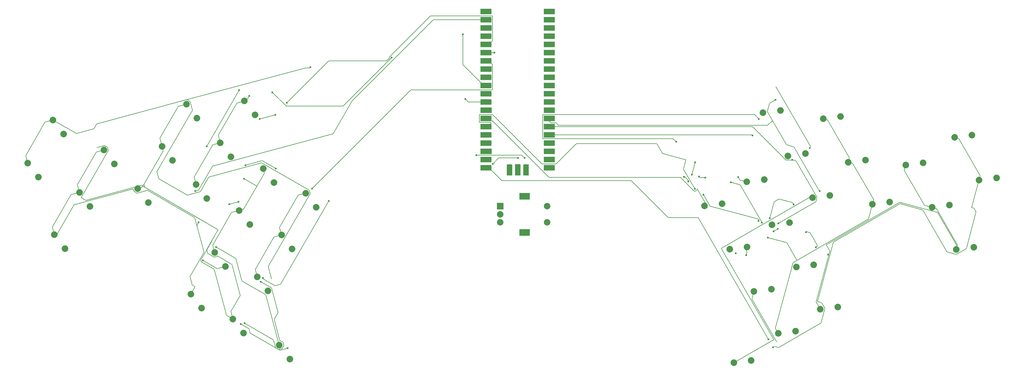
<source format=gbr>
%TF.GenerationSoftware,KiCad,Pcbnew,8.0.8*%
%TF.CreationDate,2025-03-16T10:34:52+05:30*%
%TF.ProjectId,keyboard,6b657962-6f61-4726-942e-6b696361645f,rev?*%
%TF.SameCoordinates,Original*%
%TF.FileFunction,Copper,L1,Top*%
%TF.FilePolarity,Positive*%
%FSLAX46Y46*%
G04 Gerber Fmt 4.6, Leading zero omitted, Abs format (unit mm)*
G04 Created by KiCad (PCBNEW 8.0.8) date 2025-03-16 10:34:52*
%MOMM*%
%LPD*%
G01*
G04 APERTURE LIST*
%TA.AperFunction,ComponentPad*%
%ADD10C,2.032000*%
%TD*%
%TA.AperFunction,ComponentPad*%
%ADD11R,2.000000X2.000000*%
%TD*%
%TA.AperFunction,ComponentPad*%
%ADD12C,2.000000*%
%TD*%
%TA.AperFunction,ComponentPad*%
%ADD13R,3.200000X2.000000*%
%TD*%
%TA.AperFunction,ComponentPad*%
%ADD14O,1.700000X1.700000*%
%TD*%
%TA.AperFunction,SMDPad,CuDef*%
%ADD15R,3.500000X1.700000*%
%TD*%
%TA.AperFunction,ComponentPad*%
%ADD16R,1.700000X1.700000*%
%TD*%
%TA.AperFunction,SMDPad,CuDef*%
%ADD17R,1.700000X3.500000*%
%TD*%
%TA.AperFunction,ViaPad*%
%ADD18C,0.600000*%
%TD*%
%TA.AperFunction,Conductor*%
%ADD19C,0.200000*%
%TD*%
G04 APERTURE END LIST*
D10*
%TO.P,SW22,1,1*%
%TO.N,Net-(D22-A)*%
X268012036Y-65334083D03*
%TO.P,SW22,2,2*%
%TO.N,COL9*%
X262631909Y-66015430D03*
%TD*%
D11*
%TO.P,SW42,A,A*%
%TO.N,A*%
X181500000Y-94900000D03*
D12*
%TO.P,SW42,B,B*%
%TO.N,B*%
X181500000Y-99900000D03*
%TO.P,SW42,C,C*%
%TO.N,C*%
X181500000Y-97400000D03*
D13*
%TO.P,SW42,MP*%
%TO.N,N/C*%
X189000000Y-91800000D03*
X189000000Y-103000000D03*
D12*
%TO.P,SW42,S1*%
X196000000Y-99900000D03*
%TO.P,SW42,S2*%
X196000000Y-94900000D03*
%TD*%
D10*
%TO.P,SW14,1,1*%
%TO.N,Net-(D14-A)*%
X96668437Y-113513854D03*
%TO.P,SW14,2,2*%
%TO.N,COL5*%
X93388310Y-109195201D03*
%TD*%
%TO.P,SW18,1,1*%
%TO.N,Net-(D18-A)*%
X265223534Y-120504252D03*
%TO.P,SW18,2,2*%
%TO.N,COL7*%
X259843407Y-121185599D03*
%TD*%
%TO.P,SW32,1,1*%
%TO.N,Net-(D57-A)*%
X89268439Y-126331029D03*
%TO.P,SW32,2,2*%
%TO.N,COL2*%
X85988312Y-122012376D03*
%TD*%
%TO.P,SW15,1,1*%
%TO.N,Net-(D15-A)*%
X109766436Y-121075989D03*
%TO.P,SW15,2,2*%
%TO.N,COL6*%
X106486309Y-116757336D03*
%TD*%
%TO.P,SW29,1,1*%
%TO.N,Net-(D54-A)*%
X320185737Y-94545311D03*
%TO.P,SW29,2,2*%
%TO.N,COL11*%
X314805610Y-95226658D03*
%TD*%
%TO.P,SW27,1,1*%
%TO.N,Net-(D52-A)*%
X301762345Y-93635059D03*
%TO.P,SW27,2,2*%
%TO.N,COL10*%
X296382218Y-94316406D03*
%TD*%
%TO.P,SW11,1,1*%
%TO.N,Net-(D11-A)*%
X47099738Y-107989363D03*
%TO.P,SW11,2,2*%
%TO.N,COL2*%
X43819611Y-103670710D03*
%TD*%
%TO.P,SW20,1,1*%
%TO.N,Net-(D20-A)*%
X270781581Y-99974804D03*
%TO.P,SW20,2,2*%
%TO.N,COL8*%
X265401454Y-100656151D03*
%TD*%
%TO.P,SW30,1,1*%
%TO.N,Net-(D55-A)*%
X327685738Y-107535696D03*
%TO.P,SW30,2,2*%
%TO.N,COL11*%
X322305611Y-108217043D03*
%TD*%
%TO.P,SW12,1,1*%
%TO.N,Net-(D12-A)*%
X72854667Y-93760525D03*
%TO.P,SW12,2,2*%
%TO.N,COL3*%
X69574540Y-89441872D03*
%TD*%
%TO.P,SW25,1,1*%
%TO.N,Net-(D25-A)*%
X286581526Y-67222315D03*
%TO.P,SW25,2,2*%
%TO.N,COL10*%
X281201399Y-67903662D03*
%TD*%
%TO.P,SW21,1,1*%
%TO.N,Net-(D21-A)*%
X278281581Y-112965184D03*
%TO.P,SW21,2,2*%
%TO.N,COL8*%
X272901454Y-113646531D03*
%TD*%
%TO.P,SW7,1,1*%
%TO.N,Net-(D7-A)*%
X80354668Y-80770143D03*
%TO.P,SW7,2,2*%
%TO.N,COL3*%
X77074541Y-76451490D03*
%TD*%
%TO.P,SW24,1,1*%
%TO.N,Net-(D24-A)*%
X283271962Y-91608778D03*
%TO.P,SW24,2,2*%
%TO.N,COL9*%
X277891835Y-92290125D03*
%TD*%
%TO.P,SW13,1,1*%
%TO.N,Net-(D13-A)*%
X90895048Y-92513669D03*
%TO.P,SW13,2,2*%
%TO.N,COL4*%
X87614921Y-88195016D03*
%TD*%
%TO.P,SW9,1,1*%
%TO.N,Net-(D9-A)*%
X104168439Y-100523477D03*
%TO.P,SW9,2,2*%
%TO.N,COL5*%
X100888312Y-96204824D03*
%TD*%
D14*
%TO.P,U1,1,GPIO0*%
%TO.N,COL1*%
X178000000Y-34760000D03*
D15*
X177100000Y-34760000D03*
D14*
%TO.P,U1,2,GPIO1*%
%TO.N,COL2*%
X178000000Y-37300000D03*
D15*
X177100000Y-37300000D03*
D16*
%TO.P,U1,3,GND*%
%TO.N,C*%
X178000000Y-39840000D03*
D15*
X177100000Y-39840000D03*
D14*
%TO.P,U1,4,GPIO2*%
%TO.N,COL3*%
X178000000Y-42380000D03*
D15*
X177100000Y-42380000D03*
D14*
%TO.P,U1,5,GPIO3*%
%TO.N,COL4*%
X178000000Y-44920000D03*
D15*
X177100000Y-44920000D03*
D14*
%TO.P,U1,6,GPIO4*%
%TO.N,COL5*%
X178000000Y-47460000D03*
D15*
X177100000Y-47460000D03*
D14*
%TO.P,U1,7,GPIO5*%
%TO.N,COL6*%
X178000000Y-50000000D03*
D15*
X177100000Y-50000000D03*
D16*
%TO.P,U1,8,GND*%
%TO.N,unconnected-(U1-GND-Pad8)*%
X178000000Y-52540000D03*
D15*
X177100000Y-52540000D03*
D14*
%TO.P,U1,9,GPIO6*%
%TO.N,ROW1*%
X178000000Y-55080000D03*
D15*
X177100000Y-55080000D03*
D14*
%TO.P,U1,10,GPIO7*%
%TO.N,ROW2*%
X178000000Y-57620000D03*
D15*
X177100000Y-57620000D03*
D14*
%TO.P,U1,11,GPIO8*%
%TO.N,ROW3*%
X178000000Y-60160000D03*
D15*
X177100000Y-60160000D03*
D14*
%TO.P,U1,12,GPIO9*%
%TO.N,ROW4*%
X178000000Y-62700000D03*
D15*
X177100000Y-62700000D03*
D16*
%TO.P,U1,13,GND*%
%TO.N,unconnected-(U1-GND-Pad13)*%
X178000000Y-65240000D03*
D15*
X177100000Y-65240000D03*
D14*
%TO.P,U1,14,GPIO10*%
%TO.N,COL7*%
X178000000Y-67780000D03*
D15*
X177100000Y-67780000D03*
D14*
%TO.P,U1,15,GPIO11*%
%TO.N,COL8*%
X178000000Y-70320000D03*
D15*
X177100000Y-70320000D03*
D14*
%TO.P,U1,16,GPIO12*%
%TO.N,COL9*%
X178000000Y-72860000D03*
D15*
X177100000Y-72860000D03*
D14*
%TO.P,U1,17,GPIO13*%
%TO.N,COL10*%
X178000000Y-75400000D03*
D15*
X177100000Y-75400000D03*
D16*
%TO.P,U1,18,GND*%
%TO.N,unconnected-(U1-GND-Pad18)*%
X178000000Y-77940000D03*
D15*
X177100000Y-77940000D03*
D14*
%TO.P,U1,19,GPIO14*%
%TO.N,COL11*%
X178000000Y-80480000D03*
D15*
X177100000Y-80480000D03*
D14*
%TO.P,U1,20,GPIO15*%
%TO.N,COL12*%
X178000000Y-83020000D03*
D15*
X177100000Y-83020000D03*
D14*
%TO.P,U1,21,GPIO16*%
%TO.N,unconnected-(U1-GPIO16-Pad21)*%
X195780000Y-83020000D03*
D15*
X196680000Y-83020000D03*
D14*
%TO.P,U1,22,GPIO17*%
%TO.N,B*%
X195780000Y-80480000D03*
D15*
X196680000Y-80480000D03*
D16*
%TO.P,U1,23,GND*%
%TO.N,unconnected-(U1-GND-Pad23)*%
X195780000Y-77940000D03*
D15*
X196680000Y-77940000D03*
D14*
%TO.P,U1,24,GPIO18*%
%TO.N,A*%
X195780000Y-75400000D03*
D15*
X196680000Y-75400000D03*
D14*
%TO.P,U1,25,GPIO19*%
%TO.N,ROW5*%
X195780000Y-72860000D03*
D15*
X196680000Y-72860000D03*
D14*
%TO.P,U1,26,GPIO20*%
%TO.N,ROW6*%
X195780000Y-70320000D03*
D15*
X196680000Y-70320000D03*
D14*
%TO.P,U1,27,GPIO21*%
%TO.N,ROW7*%
X195780000Y-67780000D03*
D15*
X196680000Y-67780000D03*
D16*
%TO.P,U1,28,GND*%
%TO.N,unconnected-(U1-GND-Pad28)*%
X195780000Y-65240000D03*
D15*
X196680000Y-65240000D03*
D14*
%TO.P,U1,29,GPIO22*%
%TO.N,ROW8*%
X195780000Y-62700000D03*
D15*
X196680000Y-62700000D03*
D14*
%TO.P,U1,30,RUN*%
%TO.N,unconnected-(U1-RUN-Pad30)*%
X195780000Y-60160000D03*
D15*
X196680000Y-60160000D03*
D14*
%TO.P,U1,31,GPIO26_ADC0*%
%TO.N,unconnected-(U1-GPIO26_ADC0-Pad31)*%
X195780000Y-57620000D03*
D15*
X196680000Y-57620000D03*
D14*
%TO.P,U1,32,GPIO27_ADC1*%
%TO.N,unconnected-(U1-GPIO27_ADC1-Pad32)*%
X195780000Y-55080000D03*
D15*
X196680000Y-55080000D03*
D16*
%TO.P,U1,33,AGND*%
%TO.N,unconnected-(U1-AGND-Pad33)*%
X195780000Y-52540000D03*
D15*
X196680000Y-52540000D03*
D14*
%TO.P,U1,34,GPIO28_ADC2*%
%TO.N,unconnected-(U1-GPIO28_ADC2-Pad34)*%
X195780000Y-50000000D03*
D15*
X196680000Y-50000000D03*
D14*
%TO.P,U1,35,ADC_VREF*%
%TO.N,unconnected-(U1-ADC_VREF-Pad35)*%
X195780000Y-47460000D03*
D15*
X196680000Y-47460000D03*
D14*
%TO.P,U1,36,3V3*%
%TO.N,VCC*%
X195780000Y-44920000D03*
D15*
X196680000Y-44920000D03*
D14*
%TO.P,U1,37,3V3_EN*%
%TO.N,unconnected-(U1-3V3_EN-Pad37)*%
X195780000Y-42380000D03*
D15*
X196680000Y-42380000D03*
D16*
%TO.P,U1,38,GND*%
%TO.N,GND*%
X195780000Y-39840000D03*
D15*
X196680000Y-39840000D03*
D14*
%TO.P,U1,39,VSYS*%
%TO.N,unconnected-(U1-VSYS-Pad39)*%
X195780000Y-37300000D03*
D15*
X196680000Y-37300000D03*
D14*
%TO.P,U1,40,VBUS*%
%TO.N,unconnected-(U1-VBUS-Pad40)*%
X195780000Y-34760000D03*
D15*
X196680000Y-34760000D03*
D14*
%TO.P,U1,41,SWCLK*%
%TO.N,unconnected-(U1-SWCLK-Pad41)*%
X184350000Y-82790000D03*
D17*
X184350000Y-83690000D03*
D16*
%TO.P,U1,42,GND*%
%TO.N,unconnected-(U1-GND-Pad42)*%
X186890000Y-82790000D03*
D17*
X186890000Y-83690000D03*
D14*
%TO.P,U1,43,SWDIO*%
%TO.N,unconnected-(U1-SWDIO-Pad43)*%
X189430000Y-82790000D03*
D17*
X189430000Y-83690000D03*
%TD*%
D10*
%TO.P,SW8,1,1*%
%TO.N,Net-(D8-A)*%
X98345049Y-79609891D03*
%TO.P,SW8,2,2*%
%TO.N,COL4*%
X95064922Y-75291238D03*
%TD*%
%TO.P,SW38,1,1*%
%TO.N,Net-(D63-A)*%
X327148653Y-72905441D03*
%TO.P,SW38,2,2*%
%TO.N,COL12*%
X321768526Y-73586788D03*
%TD*%
%TO.P,SW33,1,1*%
%TO.N,Net-(D58-A)*%
X285713913Y-125994635D03*
%TO.P,SW33,2,2*%
%TO.N,COL11*%
X280333786Y-126675982D03*
%TD*%
%TO.P,SW19,1,1*%
%TO.N,Net-(D19-A)*%
X263021656Y-86690487D03*
%TO.P,SW19,2,2*%
%TO.N,COL8*%
X257641529Y-87371834D03*
%TD*%
%TO.P,SW40,1,1*%
%TO.N,Net-(D26-A)*%
X116548241Y-142081030D03*
%TO.P,SW40,2,2*%
%TO.N,COL4*%
X113268114Y-137762377D03*
%TD*%
%TO.P,SW16,1,1*%
%TO.N,Net-(D16-A)*%
X249991275Y-94121209D03*
%TO.P,SW16,2,2*%
%TO.N,COL7*%
X244611148Y-94802556D03*
%TD*%
%TO.P,SW34,1,1*%
%TO.N,Net-(D59-A)*%
X46722886Y-72576513D03*
%TO.P,SW34,2,2*%
%TO.N,COL1*%
X43442759Y-68257860D03*
%TD*%
%TO.P,SW5,1,1*%
%TO.N,Net-(D5-A)*%
X124716440Y-95181831D03*
%TO.P,SW5,2,2*%
%TO.N,COL6*%
X121436313Y-90863178D03*
%TD*%
%TO.P,SW26,1,1*%
%TO.N,Net-(D51-A)*%
X294313784Y-80614977D03*
%TO.P,SW26,2,2*%
%TO.N,COL10*%
X288933657Y-81296324D03*
%TD*%
%TO.P,SW10,1,1*%
%TO.N,Net-(D10-A)*%
X117266436Y-108085612D03*
%TO.P,SW10,2,2*%
%TO.N,COL6*%
X113986309Y-103766959D03*
%TD*%
%TO.P,SW39,1,1*%
%TO.N,Net-(D64-A)*%
X334706846Y-86161547D03*
%TO.P,SW39,2,2*%
%TO.N,COL12*%
X329326719Y-86842894D03*
%TD*%
%TO.P,SW37,1,1*%
%TO.N,Net-(D62-A)*%
X272723535Y-133494634D03*
%TO.P,SW37,2,2*%
%TO.N,COL10*%
X267343408Y-134175981D03*
%TD*%
%TO.P,SW4,1,1*%
%TO.N,Net-(D4-A)*%
X111618440Y-87619698D03*
%TO.P,SW4,2,2*%
%TO.N,COL5*%
X108338313Y-83301045D03*
%TD*%
%TO.P,SW28,1,1*%
%TO.N,Net-(D53-A)*%
X312060467Y-81471931D03*
%TO.P,SW28,2,2*%
%TO.N,COL11*%
X306680340Y-82153278D03*
%TD*%
%TO.P,SW23,1,1*%
%TO.N,Net-(D23-A)*%
X275704294Y-78657467D03*
%TO.P,SW23,2,2*%
%TO.N,COL9*%
X270324167Y-79338814D03*
%TD*%
%TO.P,SW3,1,1*%
%TO.N,Net-(D3-A)*%
X105795049Y-66706111D03*
%TO.P,SW3,2,2*%
%TO.N,COL4*%
X102514922Y-62387458D03*
%TD*%
%TO.P,SW17,1,1*%
%TO.N,Net-(D17-A)*%
X257723533Y-107513873D03*
%TO.P,SW17,2,2*%
%TO.N,COL7*%
X252343406Y-108195220D03*
%TD*%
%TO.P,SW2,1,1*%
%TO.N,Net-(D2-A)*%
X87894669Y-67710484D03*
%TO.P,SW2,2,2*%
%TO.N,COL3*%
X84614542Y-63391831D03*
%TD*%
%TO.P,SW36,1,1*%
%TO.N,Net-(D61-A)*%
X102266437Y-134066373D03*
%TO.P,SW36,2,2*%
%TO.N,COL3*%
X98986310Y-129747720D03*
%TD*%
%TO.P,SW6,1,1*%
%TO.N,Net-(D6-A)*%
X54864286Y-94920780D03*
%TO.P,SW6,2,2*%
%TO.N,COL2*%
X51584159Y-90602127D03*
%TD*%
%TO.P,SW31,1,1*%
%TO.N,Net-(D56-A)*%
X259001781Y-142571594D03*
%TO.P,SW31,2,2*%
%TO.N,COL9*%
X253621654Y-143252941D03*
%TD*%
%TO.P,SW35,1,1*%
%TO.N,Net-(D60-A)*%
X38889319Y-85928571D03*
%TO.P,SW35,2,2*%
%TO.N,COL1*%
X35609192Y-81609918D03*
%TD*%
%TO.P,SW1,1,1*%
%TO.N,Net-(D1-A)*%
X62404289Y-81861118D03*
%TO.P,SW1,2,2*%
%TO.N,COL2*%
X59124162Y-77542465D03*
%TD*%
D18*
%TO.N,ROW3*%
X100745177Y-93489550D03*
X97845656Y-94266476D03*
%TO.N,ROW4*%
X115876719Y-138755916D03*
X102549837Y-130999057D03*
X108266128Y-117092090D03*
X128541055Y-93288601D03*
X101414271Y-131293837D03*
X170735735Y-61735735D03*
X107608129Y-118231783D03*
%TO.N,COL1*%
X122909880Y-51909880D03*
%TO.N,Net-(D14-A)*%
X89707964Y-111663955D03*
%TO.N,Net-(D17-A)*%
X257470575Y-110002726D03*
%TO.N,A*%
X187000000Y-80000000D03*
X179180812Y-81795080D03*
%TO.N,B*%
X174090000Y-79090000D03*
X189000000Y-80000000D03*
%TO.N,COL2*%
X87339965Y-90208478D03*
X88373777Y-99910286D03*
%TO.N,COL3*%
X107258327Y-67933001D03*
X112083149Y-66640198D03*
%TO.N,COL4*%
X115640804Y-62978736D03*
X93761139Y-107472082D03*
X103990466Y-60858144D03*
%TO.N,COL5*%
X102805747Y-82244610D03*
X102440496Y-86384404D03*
X179750000Y-47460000D03*
X112264406Y-83296814D03*
%TO.N,COL6*%
X123383252Y-89494245D03*
%TO.N,ROW2*%
X170000000Y-41780000D03*
X111170372Y-59704907D03*
X100928606Y-59090378D03*
X148000000Y-49000000D03*
X90889915Y-76411148D03*
%TO.N,ROW5*%
X259397976Y-73000000D03*
%TO.N,ROW6*%
X267192554Y-101914698D03*
X265874577Y-102675631D03*
X254202174Y-109414696D03*
X277063255Y-76943155D03*
X267337884Y-100223349D03*
X271707963Y-80535617D03*
%TO.N,ROW7*%
X280152415Y-90205561D03*
X266521817Y-62060638D03*
%TO.N,COL8*%
X254987023Y-85922408D03*
X241584181Y-89578061D03*
%TO.N,COL9*%
X261369012Y-67962210D03*
X235852119Y-75000000D03*
%TO.N,COL10*%
X242839222Y-85688970D03*
X252664119Y-87526226D03*
X238224312Y-85792155D03*
X264166621Y-104620720D03*
X239552186Y-87258543D03*
X244823057Y-86089270D03*
X262307032Y-99985601D03*
%TO.N,COL11*%
X272104990Y-94328747D03*
X278917240Y-107542122D03*
X241689737Y-81324134D03*
X282718429Y-109895732D03*
X240657174Y-85177713D03*
X244228564Y-91300194D03*
X261285081Y-99415534D03*
X275911098Y-102895332D03*
X264697757Y-98605317D03*
%TO.N,COL12*%
X265745928Y-138498506D03*
X264331715Y-136049015D03*
%TD*%
D19*
%TO.N,ROW3*%
X97845656Y-94266476D02*
X100745177Y-93489550D01*
%TO.N,ROW4*%
X114680357Y-137948304D02*
X114135252Y-138892454D01*
X111474046Y-136151457D02*
X112138040Y-138629517D01*
X110871622Y-120115959D02*
X112917044Y-127749578D01*
X103911450Y-132735584D02*
X101414271Y-131293837D01*
X104274185Y-134089318D02*
X103911450Y-132735584D01*
X107608129Y-118231783D02*
X110871622Y-120115959D01*
X170735735Y-61735735D02*
X171700000Y-62700000D01*
X113691813Y-119008240D02*
X111979627Y-119467023D01*
X111979627Y-119467023D02*
X108339334Y-117365299D01*
X102549837Y-130999057D02*
X111474046Y-136151457D01*
X171700000Y-62700000D02*
X178000000Y-62700000D01*
X111709808Y-129840575D02*
X113454039Y-136350135D01*
X114398188Y-136895239D02*
X114680357Y-137948304D01*
X128541055Y-93288601D02*
X113691813Y-119008240D01*
X112917044Y-127749578D02*
X111709808Y-129840575D01*
X114135252Y-138892454D02*
X113082185Y-139174621D01*
X113454039Y-136350135D02*
X114398188Y-136895239D01*
X113472683Y-139400073D02*
X115876719Y-138755916D01*
X108339334Y-117365299D02*
X108266128Y-117092090D01*
X112138040Y-138629517D02*
X113472683Y-139400073D01*
X113082185Y-139174621D02*
X104274185Y-134089318D01*
%TO.N,COL1*%
X40971704Y-68919978D02*
X34986620Y-79286442D01*
X122566388Y-89996040D02*
X107867328Y-81509531D01*
X76096340Y-86435495D02*
X75507899Y-84239411D01*
X34986620Y-79286442D02*
X35609193Y-81609916D01*
X91525615Y-85888281D02*
X88916624Y-90407177D01*
X85744616Y-62524691D02*
X84800467Y-61979586D01*
X50715922Y-72457028D02*
X43442755Y-68257864D01*
X86473778Y-65245958D02*
X85744616Y-62524691D01*
X122652616Y-52167144D02*
X121421000Y-52167144D01*
X122909880Y-51909880D02*
X122652616Y-52167144D01*
X43442755Y-68257864D02*
X40971704Y-68919978D01*
X121421000Y-52167144D02*
X81078553Y-62976870D01*
X81078553Y-62976870D02*
X56926347Y-69448435D01*
X84858761Y-91494479D02*
X76096340Y-86435495D01*
X122848554Y-91049106D02*
X122566388Y-89996040D01*
X84800467Y-61979586D02*
X81078553Y-62976870D01*
X110886768Y-117293959D02*
X109875363Y-113519335D01*
X109875363Y-113519335D02*
X122848554Y-91049106D01*
X56926347Y-69448435D02*
X56008026Y-71039012D01*
X88916624Y-90407177D02*
X84858761Y-91494479D01*
X56008026Y-71039012D02*
X50715922Y-72457028D01*
X107867328Y-81509531D02*
X91525615Y-85888281D01*
X75507899Y-84239411D02*
X86473778Y-65245958D01*
%TO.N,Net-(D14-A)*%
X89707964Y-111663955D02*
X94102809Y-114201320D01*
X94102809Y-114201320D02*
X96668439Y-113513855D01*
%TO.N,Net-(D17-A)*%
X257446676Y-108547119D02*
X257723532Y-107513872D01*
X257729393Y-109036800D02*
X257446676Y-108547119D01*
X257470575Y-110002726D02*
X257729393Y-109036800D01*
%TO.N,A*%
X180975892Y-80000000D02*
X187000000Y-80000000D01*
X179180812Y-81795080D02*
X180975892Y-80000000D01*
%TO.N,B*%
X188090000Y-79090000D02*
X189000000Y-80000000D01*
X174090000Y-79090000D02*
X188090000Y-79090000D01*
%TO.N,COL2*%
X49939398Y-94472737D02*
X44777063Y-103414167D01*
X43197041Y-101347239D02*
X43819619Y-103670713D01*
X68444467Y-90309009D02*
X68245795Y-89567554D01*
X88373777Y-99910286D02*
X87841082Y-100832938D01*
X72591162Y-89995994D02*
X69388612Y-90854115D01*
X87289150Y-119759264D02*
X87285637Y-119760209D01*
X135783008Y-62360392D02*
X160843400Y-37300000D01*
X160843400Y-37300000D02*
X178000000Y-37300000D01*
X87196835Y-98428584D02*
X72591162Y-89995994D01*
X50961586Y-88278653D02*
X51584158Y-90602125D01*
X51584158Y-90602125D02*
X49001141Y-91294243D01*
X56800686Y-78165035D02*
X50961586Y-88278653D01*
X135783008Y-62360392D02*
X129922450Y-72511175D01*
X90049046Y-109073183D02*
X87196835Y-98428584D01*
X129922450Y-72511175D02*
X92653606Y-82497332D01*
X68245795Y-89567554D02*
X49939398Y-94472737D01*
X86424066Y-119262777D02*
X85708314Y-116591552D01*
X92653606Y-82497332D02*
X88359261Y-89935356D01*
X69388612Y-90854115D02*
X68444467Y-90309009D01*
X49001141Y-91294243D02*
X43197041Y-101347239D01*
X87841082Y-100832938D02*
X87904921Y-101071188D01*
X85708314Y-116591552D02*
X90049046Y-109073183D01*
X59124160Y-77542462D02*
X56800686Y-78165035D01*
X87285637Y-119760209D02*
X86424066Y-119262777D01*
X85988310Y-122012379D02*
X87289150Y-119759264D01*
X44777063Y-103414167D02*
X43819619Y-103670713D01*
X88359261Y-89935356D02*
X87339965Y-90208478D01*
%TO.N,COL3*%
X60536395Y-77728389D02*
X52130835Y-92287248D01*
X98363741Y-127424247D02*
X101241784Y-122439319D01*
X82075790Y-64072082D02*
X76394282Y-73912748D01*
X53531745Y-93096060D02*
X70763400Y-88478852D01*
X52130835Y-92287248D02*
X53531745Y-93096060D01*
X92516022Y-105600263D02*
X89064085Y-111579182D01*
X90863357Y-108248540D02*
X94398894Y-102124810D01*
X94398894Y-102124810D02*
X71781006Y-89066365D01*
X77074537Y-76451494D02*
X77446416Y-77839372D01*
X178000000Y-42380000D02*
X175840000Y-42380000D01*
X70962418Y-89069992D02*
X69574543Y-89441872D01*
X93160233Y-114349942D02*
X96974889Y-128586423D01*
X93202389Y-110607447D02*
X91183033Y-109441571D01*
X98680373Y-112880011D02*
X94255453Y-110325278D01*
X56925282Y-76769228D02*
X59310085Y-76130221D01*
X76394282Y-73912748D02*
X77074537Y-76451494D01*
X71522188Y-88100443D02*
X70962418Y-89069992D01*
X89192733Y-112059303D02*
X93160233Y-114349942D01*
X101241784Y-122439319D02*
X98680373Y-112880011D01*
X89064085Y-111579182D02*
X89192733Y-112059303D01*
X91183033Y-109441571D02*
X90863357Y-108248540D01*
X98986311Y-129747718D02*
X98363741Y-127424247D01*
X94255453Y-110325278D02*
X93202389Y-110607447D01*
X84614537Y-63391828D02*
X82075790Y-64072082D01*
X60254229Y-76675325D02*
X60536395Y-77728389D01*
X70763400Y-88478852D02*
X91069758Y-100202734D01*
X107258327Y-67933001D02*
X112083149Y-66640198D01*
X77446416Y-77839372D02*
X71522188Y-88100443D01*
X71781006Y-89066365D02*
X71522188Y-88100443D01*
X59310085Y-76130221D02*
X60254229Y-76675325D01*
X96974889Y-128586423D02*
X98986311Y-129747718D01*
%TO.N,COL4*%
X160001471Y-36150000D02*
X147400000Y-48751471D01*
X103990466Y-60858144D02*
X103215973Y-62199612D01*
X95064917Y-75291236D02*
X92741442Y-75913813D01*
X94442348Y-72967766D02*
X95064917Y-75291236D01*
X146434314Y-50000000D02*
X128619539Y-50000000D01*
X128619539Y-50000000D02*
X115640804Y-62978736D01*
X147400000Y-48751471D02*
X147400000Y-49034314D01*
X113268112Y-137762380D02*
X109101281Y-122211547D01*
X99884865Y-111007616D02*
X93761139Y-107472082D01*
X101749647Y-117967080D02*
X99884865Y-111007616D01*
X109101281Y-122211547D02*
X101749647Y-117967080D01*
X92741442Y-75913813D02*
X86992347Y-85871544D01*
X86992347Y-85871544D02*
X87614918Y-88195013D01*
X100191448Y-63010029D02*
X94442348Y-72967766D01*
X179150000Y-43770000D02*
X179150000Y-36150000D01*
X178000000Y-44920000D02*
X179150000Y-43770000D01*
X147400000Y-49034314D02*
X146434314Y-50000000D01*
X103215973Y-62199612D02*
X102514922Y-62387457D01*
X179150000Y-36150000D02*
X160001471Y-36150000D01*
X102514918Y-62387456D02*
X100191448Y-63010029D01*
%TO.N,COL5*%
X100888312Y-96204824D02*
X98564840Y-96827394D01*
X108710197Y-84688925D02*
X106408605Y-88675392D01*
X102440496Y-86384404D02*
X106408605Y-88675392D01*
X102276194Y-95832940D02*
X100888312Y-96204824D01*
X179750000Y-47460000D02*
X178000000Y-47460000D01*
X98564840Y-96827394D02*
X92765742Y-106871734D01*
X112264406Y-83296814D02*
X108021362Y-80847093D01*
X108338315Y-83301043D02*
X108710197Y-84688925D01*
X106408605Y-88675392D02*
X102276194Y-95832940D01*
X108021362Y-80847093D02*
X102805747Y-82244610D01*
X92765742Y-106871734D02*
X93388313Y-109195204D01*
%TO.N,COL6*%
X178000000Y-50000000D02*
X179150000Y-51150000D01*
X105863737Y-114433864D02*
X111662841Y-104389527D01*
X153877497Y-59000000D02*
X123383252Y-89494245D01*
X179150000Y-58770000D02*
X178920000Y-59000000D01*
X178920000Y-59000000D02*
X153877497Y-59000000D01*
X119112843Y-91485749D02*
X121436313Y-90863177D01*
X111662841Y-104389527D02*
X113986313Y-103766955D01*
X113363737Y-101443486D02*
X119112843Y-91485749D01*
X106486312Y-116757336D02*
X105863737Y-114433864D01*
X179150000Y-51150000D02*
X179150000Y-58770000D01*
X113986313Y-103766955D02*
X113363737Y-101443486D01*
%TO.N,ROW2*%
X115465465Y-64000000D02*
X133000000Y-64000000D01*
X176440000Y-57620000D02*
X178000000Y-57620000D01*
X111170372Y-59704907D02*
X115465465Y-64000000D01*
X133000000Y-64000000D02*
X148000000Y-49000000D01*
X100928606Y-59090378D02*
X90935506Y-76398934D01*
X170000000Y-41780000D02*
X170000000Y-51180000D01*
X170000000Y-51180000D02*
X176440000Y-57620000D01*
X90935506Y-76398934D02*
X90889915Y-76411148D01*
%TO.N,ROW5*%
X195780000Y-72860000D02*
X259257976Y-72860000D01*
X259257976Y-72860000D02*
X259397976Y-73000000D01*
%TO.N,ROW6*%
X271588766Y-80654814D02*
X271707963Y-80535617D01*
X277221900Y-76351083D02*
X277063255Y-76943155D01*
X195252518Y-69681037D02*
X195032519Y-69461038D01*
X278920375Y-93536195D02*
X267337884Y-100223349D01*
X259418325Y-70320000D02*
X269753139Y-80654814D01*
X272792773Y-80826291D02*
X279304077Y-92104199D01*
X279304077Y-92104199D02*
X278920375Y-93536195D01*
X269753139Y-80654814D02*
X271588766Y-80654814D01*
X265874577Y-102675631D02*
X267192554Y-101914698D01*
X266615298Y-57979910D02*
X277221900Y-76351083D01*
X271707963Y-80535617D02*
X272792773Y-80826291D01*
X195780000Y-70320000D02*
X259418325Y-70320000D01*
%TO.N,ROW7*%
X272194319Y-76550736D02*
X280064304Y-90181952D01*
X263950475Y-65667253D02*
X265554498Y-68445502D01*
X269875306Y-75929358D02*
X272194319Y-76550736D01*
X280064304Y-90181952D02*
X280152415Y-90205561D01*
X264080000Y-69920000D02*
X265554498Y-68445502D01*
X264623139Y-63156838D02*
X263950475Y-65667253D01*
X199480000Y-69920000D02*
X264080000Y-69920000D01*
X195780000Y-67780000D02*
X197170000Y-69170000D01*
X266521817Y-62060638D02*
X264623139Y-63156838D01*
X265554498Y-68445502D02*
X269875306Y-75929358D01*
X198730000Y-69170000D02*
X199480000Y-69920000D01*
X197170000Y-69170000D02*
X198730000Y-69170000D01*
%TO.N,COL7*%
X259213716Y-123535643D02*
X266860141Y-136779640D01*
X196565686Y-86000000D02*
X237157591Y-86000000D01*
X178804314Y-68584314D02*
X179150000Y-68584314D01*
X178000000Y-67780000D02*
X178804314Y-68584314D01*
X179150000Y-68584314D02*
X196565686Y-86000000D01*
X244867694Y-93845109D02*
X244611148Y-94802557D01*
X237157591Y-86000000D02*
X241335652Y-90178061D01*
X259843407Y-121185600D02*
X259213716Y-123535643D01*
X242410638Y-89600133D02*
X242410638Y-89589362D01*
X242410638Y-89589362D02*
X244867694Y-93845109D01*
X241335652Y-90178061D02*
X241832710Y-90178061D01*
X241832710Y-90178061D02*
X242410638Y-89600133D01*
%TO.N,COL8*%
X254987023Y-85922408D02*
X255491191Y-86795654D01*
X229947052Y-75693029D02*
X229626971Y-75607264D01*
X204992736Y-75607264D02*
X198730000Y-81870000D01*
X175050000Y-66630000D02*
X175050000Y-68930000D01*
X238825103Y-80556560D02*
X238048647Y-83454336D01*
X231644108Y-78632417D02*
X229947052Y-75693029D01*
X255491191Y-86795654D02*
X257641530Y-87371835D01*
X198730000Y-81870000D02*
X194390000Y-81870000D01*
X229626971Y-75607264D02*
X204992736Y-75607264D01*
X238048647Y-83454336D02*
X241584181Y-89578061D01*
X179150000Y-66630000D02*
X175050000Y-66630000D01*
X178584315Y-68930000D02*
X178584315Y-69735685D01*
X231644108Y-78632417D02*
X229947051Y-75693029D01*
X175050000Y-68930000D02*
X178584315Y-68930000D01*
X238825103Y-80556560D02*
X231644108Y-78632417D01*
X194390000Y-81870000D02*
X179150000Y-66630000D01*
X178584315Y-69735685D02*
X178000000Y-70320000D01*
%TO.N,COL9*%
X194630000Y-66630000D02*
X260036802Y-66630000D01*
X234862119Y-74010000D02*
X194630000Y-74010000D01*
X260036802Y-66630000D02*
X261369012Y-67962210D01*
X249743169Y-107932174D02*
X277170680Y-92096893D01*
X266006255Y-136102689D02*
X266006625Y-136101307D01*
X255596797Y-142112590D02*
X266006255Y-136102689D01*
X266006625Y-136101307D02*
X249743169Y-107932174D01*
X235852119Y-75000000D02*
X234862119Y-74010000D01*
X253621653Y-143252940D02*
X255596797Y-142112590D01*
X277170680Y-92096893D02*
X277891835Y-92290126D01*
X194630000Y-74010000D02*
X194630000Y-66630000D01*
%TO.N,COL10*%
X267343408Y-134175980D02*
X266451922Y-132631882D01*
X273093516Y-111597272D02*
X295166530Y-98853410D01*
X266451922Y-132631882D02*
X271904131Y-112283964D01*
X295166530Y-98853410D02*
X296382218Y-94316407D01*
X269962178Y-106173636D02*
X273093516Y-111597272D01*
X296775840Y-92847386D02*
X296382218Y-94316407D01*
X243239522Y-86089270D02*
X244823057Y-86089270D01*
X238498782Y-85792155D02*
X239534451Y-86827824D01*
X239534451Y-86827824D02*
X239534451Y-87240808D01*
X264166621Y-104620720D02*
X269962178Y-106173636D01*
X290321537Y-81668205D02*
X296775840Y-92847386D01*
X242839222Y-85688970D02*
X243239522Y-86089270D01*
X288933656Y-81296326D02*
X289305537Y-79908442D01*
X262407032Y-100158807D02*
X262307032Y-99985601D01*
X239534451Y-87240808D02*
X239552186Y-87258543D01*
X288933656Y-81296326D02*
X290321537Y-81668205D01*
X289305537Y-79908442D02*
X282589282Y-68275544D01*
X271904131Y-112283964D02*
X273093516Y-111597272D01*
X252664119Y-87526226D02*
X255561895Y-88302684D01*
X238224312Y-85792155D02*
X238498782Y-85792155D01*
X255561895Y-88302684D02*
X262407032Y-100158807D01*
X282589282Y-68275544D02*
X281201400Y-67903663D01*
%TO.N,COL11*%
X277154354Y-103074502D02*
X279380831Y-106930874D01*
X282128649Y-106842717D02*
X304866877Y-93714796D01*
X279032952Y-124422868D02*
X283231637Y-108753151D01*
X240699200Y-85153450D02*
X240657174Y-85177713D01*
X304866877Y-93714796D02*
X316549348Y-96845102D01*
X241689737Y-81324134D02*
X241714000Y-81366161D01*
X322677491Y-106829162D02*
X322305611Y-108217044D01*
X279380831Y-106930874D02*
X279271917Y-107337349D01*
X306240781Y-83793739D02*
X312482138Y-94604086D01*
X276093234Y-102790176D02*
X277154354Y-103074502D01*
X267539906Y-92649773D02*
X271793698Y-93789573D01*
X266058754Y-93504916D02*
X267539906Y-92649773D01*
X312482138Y-94604086D02*
X314805609Y-95226660D01*
X244228564Y-91300194D02*
X246283797Y-94859962D01*
X316549348Y-96845102D02*
X322562158Y-107259596D01*
X316193490Y-95598542D02*
X322677491Y-106829162D01*
X261358286Y-99142328D02*
X261285081Y-99415534D01*
X275911098Y-102895332D02*
X276093234Y-102790176D01*
X322562158Y-107259596D02*
X322305611Y-108217044D01*
X283231637Y-108753151D02*
X282128649Y-106842717D01*
X246283797Y-94859962D02*
X261192199Y-98854657D01*
X241714000Y-81366161D02*
X240699200Y-85153450D01*
X271793698Y-93789573D02*
X272104990Y-94328747D01*
X264697757Y-98605317D02*
X264693898Y-98598631D01*
X280333787Y-126675981D02*
X279032952Y-124422868D01*
X279271917Y-107337349D02*
X278917240Y-107542122D01*
X314805609Y-95226660D02*
X316193490Y-95598542D01*
X264693898Y-98598631D02*
X266058754Y-93504916D01*
X306680341Y-82153280D02*
X306240781Y-83793739D01*
X261192199Y-98854657D02*
X261358286Y-99142328D01*
%TO.N,COL12*%
X181980000Y-87000000D02*
X178000000Y-83020000D01*
X222000000Y-87000000D02*
X233403140Y-98403140D01*
X233403140Y-98403140D02*
X242596860Y-98403140D01*
X327713373Y-95452964D02*
X327066127Y-95279534D01*
X322259595Y-109763196D02*
X325391637Y-107954913D01*
X311944345Y-96025307D02*
X319439677Y-109007604D01*
X265745928Y-138498506D02*
X266214993Y-138227691D01*
X280713483Y-124701636D02*
X279462203Y-124366357D01*
X328415614Y-96669278D02*
X327713373Y-95452964D01*
X222000000Y-87000000D02*
X181980000Y-87000000D01*
X325391637Y-107954913D02*
X328415614Y-96669278D01*
X242596860Y-98403140D02*
X264331715Y-136049015D01*
X266214993Y-138227691D02*
X267420838Y-138550795D01*
X304923390Y-94144049D02*
X311944345Y-96025307D01*
X323043756Y-73928484D02*
X321768524Y-73586788D01*
X281746028Y-126490056D02*
X280713483Y-124701636D01*
X267420838Y-138550795D02*
X280544618Y-130973779D01*
X280544618Y-130973779D02*
X281746028Y-126490056D01*
X329698600Y-85455012D02*
X323043756Y-73928484D01*
X279462203Y-124366357D02*
X284382571Y-106003295D01*
X284382571Y-106003295D02*
X304923390Y-94144049D01*
X327066127Y-95279534D02*
X329698600Y-85455012D01*
X319439677Y-109007604D02*
X322259595Y-109763196D01*
%TD*%
M02*

</source>
